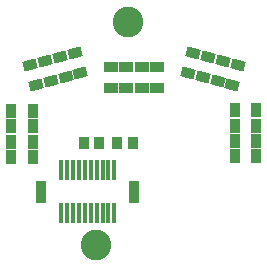
<source format=gbs>
G04*
G04 #@! TF.GenerationSoftware,Altium Limited,Altium Designer,23.0.1 (38)*
G04*
G04 Layer_Color=16711935*
%FSLAX25Y25*%
%MOIN*%
G70*
G04*
G04 #@! TF.SameCoordinates,C8DA3EBC-D80D-4B36-BEA7-CCC05AEA56C0*
G04*
G04*
G04 #@! TF.FilePolarity,Negative*
G04*
G01*
G75*
%ADD13R,0.03347X0.04528*%
%ADD14R,0.03347X0.04528*%
G04:AMPARAMS|DCode=15|XSize=33.47mil|YSize=45.28mil|CornerRadius=0mil|HoleSize=0mil|Usage=FLASHONLY|Rotation=255.000|XOffset=0mil|YOffset=0mil|HoleType=Round|Shape=Rectangle|*
%AMROTATEDRECTD15*
4,1,4,-0.01754,0.02202,0.02620,0.01030,0.01754,-0.02202,-0.02620,-0.01030,-0.01754,0.02202,0.0*
%
%ADD15ROTATEDRECTD15*%

G04:AMPARAMS|DCode=16|XSize=33.47mil|YSize=45.28mil|CornerRadius=0mil|HoleSize=0mil|Usage=FLASHONLY|Rotation=255.000|XOffset=0mil|YOffset=0mil|HoleType=Round|Shape=Rectangle|*
%AMROTATEDRECTD16*
4,1,4,-0.01754,0.02202,0.02620,0.01030,0.01754,-0.02202,-0.02620,-0.01030,-0.01754,0.02202,0.0*
%
%ADD16ROTATEDRECTD16*%

%ADD17R,0.04528X0.03347*%
%ADD18R,0.04528X0.03347*%
G04:AMPARAMS|DCode=19|XSize=33.47mil|YSize=45.28mil|CornerRadius=0mil|HoleSize=0mil|Usage=FLASHONLY|Rotation=285.000|XOffset=0mil|YOffset=0mil|HoleType=Round|Shape=Rectangle|*
%AMROTATEDRECTD19*
4,1,4,-0.02620,0.01030,0.01754,0.02202,0.02620,-0.01030,-0.01754,-0.02202,-0.02620,0.01030,0.0*
%
%ADD19ROTATEDRECTD19*%

G04:AMPARAMS|DCode=20|XSize=33.47mil|YSize=45.28mil|CornerRadius=0mil|HoleSize=0mil|Usage=FLASHONLY|Rotation=285.000|XOffset=0mil|YOffset=0mil|HoleType=Round|Shape=Rectangle|*
%AMROTATEDRECTD20*
4,1,4,-0.02620,0.01030,0.01754,0.02202,0.02620,-0.01030,-0.01754,-0.02202,-0.02620,0.01030,0.0*
%
%ADD20ROTATEDRECTD20*%

%ADD21C,0.10191*%
%ADD38R,0.03543X0.03937*%
%ADD39R,0.03740X0.07677*%
%ADD40R,0.01575X0.06693*%
D13*
X378000Y174063D02*
D03*
Y179182D02*
D03*
X310700Y189219D02*
D03*
Y184100D02*
D03*
D14*
X385106Y189418D02*
D03*
X378000Y184300D02*
D03*
X385106D02*
D03*
Y179182D02*
D03*
Y174064D02*
D03*
X378000Y189418D02*
D03*
X303594Y173864D02*
D03*
X310700Y178982D02*
D03*
X303594D02*
D03*
Y184100D02*
D03*
Y189218D02*
D03*
X310700Y173864D02*
D03*
D15*
X377245Y197775D02*
D03*
X372300Y199100D02*
D03*
D16*
X364252Y208613D02*
D03*
X367356Y200425D02*
D03*
X369196Y207289D02*
D03*
X374139Y205964D02*
D03*
X379083Y204640D02*
D03*
X362413Y201749D02*
D03*
D17*
X352119Y196700D02*
D03*
X347000D02*
D03*
D18*
X336764Y203806D02*
D03*
X341882Y196700D02*
D03*
Y203806D02*
D03*
X347000D02*
D03*
X352118D02*
D03*
X336764Y196700D02*
D03*
D19*
X326628Y201785D02*
D03*
X321683Y200461D02*
D03*
D20*
X309956Y204675D02*
D03*
X316739Y199136D02*
D03*
X314900Y206000D02*
D03*
X319844Y207325D02*
D03*
X324787Y208649D02*
D03*
X311795Y197811D02*
D03*
D21*
X342500Y219000D02*
D03*
X331700Y144400D02*
D03*
D38*
X344059Y178600D02*
D03*
X338941D02*
D03*
X327741D02*
D03*
X332859D02*
D03*
D39*
X313507Y162287D02*
D03*
X344609D02*
D03*
D40*
X320200Y155200D02*
D03*
Y169373D02*
D03*
X322168Y155200D02*
D03*
Y169373D02*
D03*
X324137Y155200D02*
D03*
Y169373D02*
D03*
X326105Y155200D02*
D03*
Y169373D02*
D03*
X328074Y155200D02*
D03*
Y169373D02*
D03*
X330043Y155200D02*
D03*
Y169373D02*
D03*
X332011Y155200D02*
D03*
Y169373D02*
D03*
X333980Y155200D02*
D03*
Y169373D02*
D03*
X335948Y155200D02*
D03*
Y169373D02*
D03*
X337916Y155200D02*
D03*
Y169373D02*
D03*
M02*

</source>
